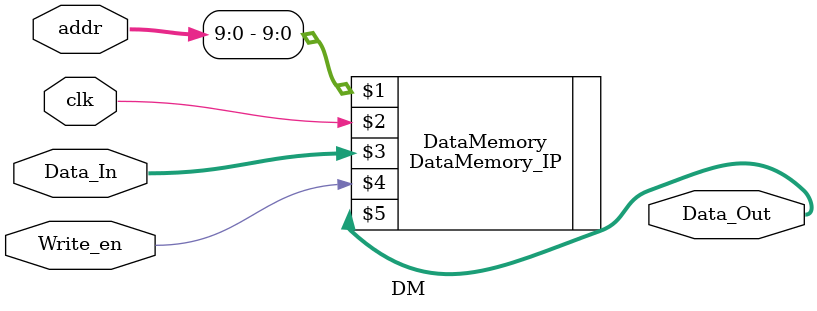
<source format=v>
module DM(addr , Data_In , Data_Out , Write_en , clk);

input [31:0] addr , Data_In;
input Write_en , clk;



`ifdef vscode

reg [31:0] DataMem [0:1023];
output reg [31:0] Data_Out;

always@ (posedge clk)  
    if (Write_en == 1'b1)
        DataMem[addr[9:0]] <= Data_In;
always@ (posedge clk) 
    Data_Out <= DataMem[addr[9:0]];

initial begin
`include "DM_INIT.INIT"
end

`else

output [31:0] Data_Out;
DataMemory_IP DataMemory
(
	addr[9:0],
	clk,
	Data_In,
	Write_en,
	Data_Out
);
	
`endif


`ifdef vscode
integer i;
initial begin
  #(`MAX_CLOCKS + `reset);
  // iterating through some of the addresses of the memory to check if the program loaded and stored the values properly
  $display("Data Memory Content : ");
  for (i = 0; i <= 50; i = i + 1)
    $display("Mem[%d] = %d",i[5:0],$signed(DataMem[i]));
end 
`endif
endmodule
</source>
